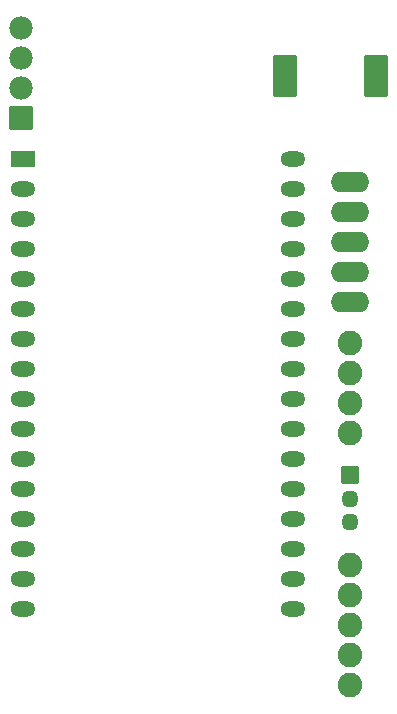
<source format=gbr>
%TF.GenerationSoftware,KiCad,Pcbnew,9.0.0*%
%TF.CreationDate,2025-03-14T09:11:00-04:00*%
%TF.ProjectId,PawPlans,50617750-6c61-46e7-932e-6b696361645f,0.5.0*%
%TF.SameCoordinates,Original*%
%TF.FileFunction,Soldermask,Top*%
%TF.FilePolarity,Negative*%
%FSLAX46Y46*%
G04 Gerber Fmt 4.6, Leading zero omitted, Abs format (unit mm)*
G04 Created by KiCad (PCBNEW 9.0.0) date 2025-03-14 09:11:00*
%MOMM*%
%LPD*%
G01*
G04 APERTURE LIST*
G04 Aperture macros list*
%AMRoundRect*
0 Rectangle with rounded corners*
0 $1 Rounding radius*
0 $2 $3 $4 $5 $6 $7 $8 $9 X,Y pos of 4 corners*
0 Add a 4 corners polygon primitive as box body*
4,1,4,$2,$3,$4,$5,$6,$7,$8,$9,$2,$3,0*
0 Add four circle primitives for the rounded corners*
1,1,$1+$1,$2,$3*
1,1,$1+$1,$4,$5*
1,1,$1+$1,$6,$7*
1,1,$1+$1,$8,$9*
0 Add four rect primitives between the rounded corners*
20,1,$1+$1,$2,$3,$4,$5,0*
20,1,$1+$1,$4,$5,$6,$7,0*
20,1,$1+$1,$6,$7,$8,$9,0*
20,1,$1+$1,$8,$9,$2,$3,0*%
G04 Aperture macros list end*
%ADD10RoundRect,0.050800X0.927100X-1.701800X0.927100X1.701800X-0.927100X1.701800X-0.927100X-1.701800X0*%
%ADD11RoundRect,0.050800X-1.000000X0.600000X-1.000000X-0.600000X1.000000X-0.600000X1.000000X0.600000X0*%
%ADD12O,2.101600X1.301600*%
%ADD13O,3.251200X1.727200*%
%ADD14C,1.981200*%
%ADD15RoundRect,0.101600X0.889000X0.889000X-0.889000X0.889000X-0.889000X-0.889000X0.889000X-0.889000X0*%
%ADD16C,2.082800*%
%ADD17RoundRect,0.050800X-0.675000X-0.675000X0.675000X-0.675000X0.675000X0.675000X-0.675000X0.675000X0*%
%ADD18O,1.451600X1.451600*%
G04 APERTURE END LIST*
D10*
%TO.C,BUZZER1*%
X110377300Y-36800000D03*
X118022700Y-36800000D03*
%TD*%
D11*
%TO.C,MCUKIT1*%
X88170000Y-43823460D03*
D12*
X88170000Y-46363460D03*
X88170000Y-48903460D03*
X88170000Y-51443460D03*
X88170000Y-53983460D03*
X88170000Y-56523460D03*
X88170000Y-59063460D03*
X88170000Y-61603460D03*
X88170000Y-64143460D03*
X88170000Y-66683460D03*
X88170000Y-69223460D03*
X88170000Y-71763460D03*
X88170000Y-74303460D03*
X88170000Y-76843460D03*
X88170000Y-79383460D03*
X88170000Y-81923460D03*
X111030000Y-81923460D03*
X111030000Y-79383460D03*
X111030000Y-76843460D03*
X111030000Y-74303460D03*
X111030000Y-71763460D03*
X111030000Y-69223460D03*
X111030000Y-66683460D03*
X111030000Y-64143460D03*
X111030000Y-61603460D03*
X111030000Y-59063460D03*
X111030000Y-56523460D03*
X111030000Y-53983460D03*
X111030000Y-51443460D03*
X111030000Y-48903460D03*
X111030000Y-46363460D03*
X111030000Y-43823460D03*
%TD*%
D13*
%TO.C,JOYSTICK1*%
X115800000Y-45840000D03*
X115800000Y-48380000D03*
X115800000Y-50920000D03*
X115800000Y-53460000D03*
X115800000Y-56000000D03*
%TD*%
D14*
%TO.C,PROXIMITY1*%
X88000000Y-37860000D03*
D15*
X88000000Y-40400000D03*
D14*
X88000000Y-35320000D03*
X88000000Y-32780000D03*
%TD*%
D16*
%TO.C,DISPLAY1*%
X115800000Y-67014133D03*
X115800000Y-64474133D03*
X115800000Y-61934133D03*
X115800000Y-59394133D03*
%TD*%
D17*
%TO.C,SERVO1*%
X115800000Y-70600000D03*
D18*
X115800000Y-72600000D03*
X115800000Y-74600000D03*
%TD*%
D16*
%TO.C,LOADCELL1*%
X115800000Y-78200000D03*
X115800000Y-85820000D03*
X115800000Y-83280000D03*
X115800000Y-80740000D03*
X115800000Y-88360000D03*
%TD*%
M02*

</source>
